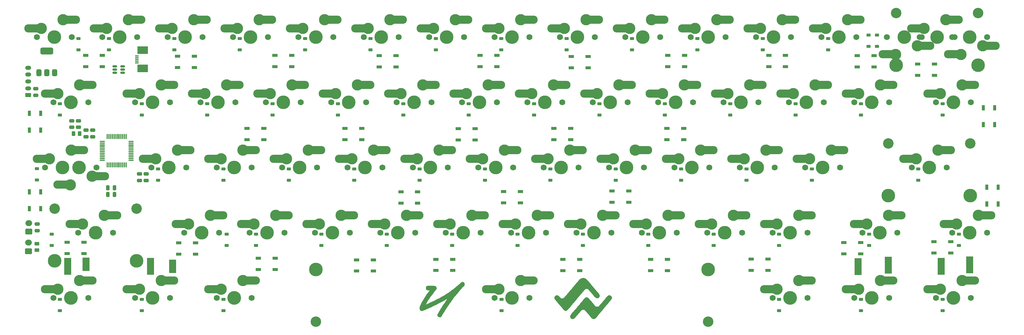
<source format=gbr>
%TF.GenerationSoftware,KiCad,Pcbnew,8.99.0-2194-gb3b7cbcab2*%
%TF.CreationDate,2024-09-18T03:27:03+07:00*%
%TF.ProjectId,Sebas_nuxros,53656261-735f-46e7-9578-726f732e6b69,rev?*%
%TF.SameCoordinates,Original*%
%TF.FileFunction,Soldermask,Bot*%
%TF.FilePolarity,Negative*%
%FSLAX46Y46*%
G04 Gerber Fmt 4.6, Leading zero omitted, Abs format (unit mm)*
G04 Created by KiCad (PCBNEW 8.99.0-2194-gb3b7cbcab2) date 2024-09-18 03:27:03*
%MOMM*%
%LPD*%
G01*
G04 APERTURE LIST*
G04 Aperture macros list*
%AMRoundRect*
0 Rectangle with rounded corners*
0 $1 Rounding radius*
0 $2 $3 $4 $5 $6 $7 $8 $9 X,Y pos of 4 corners*
0 Add a 4 corners polygon primitive as box body*
4,1,4,$2,$3,$4,$5,$6,$7,$8,$9,$2,$3,0*
0 Add four circle primitives for the rounded corners*
1,1,$1+$1,$2,$3*
1,1,$1+$1,$4,$5*
1,1,$1+$1,$6,$7*
1,1,$1+$1,$8,$9*
0 Add four rect primitives between the rounded corners*
20,1,$1+$1,$2,$3,$4,$5,0*
20,1,$1+$1,$4,$5,$6,$7,0*
20,1,$1+$1,$6,$7,$8,$9,0*
20,1,$1+$1,$8,$9,$2,$3,0*%
G04 Aperture macros list end*
%ADD10C,0.000000*%
%ADD11C,3.300000*%
%ADD12O,5.500000X2.410000*%
%ADD13C,0.400000*%
%ADD14C,1.750000*%
%ADD15C,3.987800*%
%ADD16C,4.000000*%
%ADD17C,3.048000*%
%ADD18RoundRect,0.225000X0.375000X-0.225000X0.375000X0.225000X-0.375000X0.225000X-0.375000X-0.225000X0*%
%ADD19R,1.500000X0.900000*%
%ADD20RoundRect,0.250000X-0.450000X0.262500X-0.450000X-0.262500X0.450000X-0.262500X0.450000X0.262500X0*%
%ADD21RoundRect,0.250000X-0.250000X-0.475000X0.250000X-0.475000X0.250000X0.475000X-0.250000X0.475000X0*%
%ADD22RoundRect,0.250000X-0.475000X0.250000X-0.475000X-0.250000X0.475000X-0.250000X0.475000X0.250000X0*%
%ADD23R,0.900000X1.500000*%
%ADD24RoundRect,0.375000X0.375000X-0.625000X0.375000X0.625000X-0.375000X0.625000X-0.375000X-0.625000X0*%
%ADD25RoundRect,0.500000X1.400000X-0.500000X1.400000X0.500000X-1.400000X0.500000X-1.400000X-0.500000X0*%
%ADD26RoundRect,0.150000X0.512500X0.150000X-0.512500X0.150000X-0.512500X-0.150000X0.512500X-0.150000X0*%
%ADD27RoundRect,0.075000X0.075000X-0.662500X0.075000X0.662500X-0.075000X0.662500X-0.075000X-0.662500X0*%
%ADD28RoundRect,0.075000X0.662500X-0.075000X0.662500X0.075000X-0.662500X0.075000X-0.662500X-0.075000X0*%
%ADD29RoundRect,0.250000X0.475000X-0.250000X0.475000X0.250000X-0.475000X0.250000X-0.475000X-0.250000X0*%
%ADD30RoundRect,0.250000X0.262500X0.450000X-0.262500X0.450000X-0.262500X-0.450000X0.262500X-0.450000X0*%
%ADD31R,2.000000X5.000000*%
%ADD32R,2.000000X4.000000*%
%ADD33RoundRect,0.250000X0.625000X-0.350000X0.625000X0.350000X-0.625000X0.350000X-0.625000X-0.350000X0*%
%ADD34O,1.750000X1.200000*%
%ADD35RoundRect,0.250000X0.750000X-0.600000X0.750000X0.600000X-0.750000X0.600000X-0.750000X-0.600000X0*%
%ADD36O,2.000000X1.700000*%
%ADD37R,1.100000X0.300000*%
%ADD38R,3.100000X2.300000*%
G04 APERTURE END LIST*
D10*
%TO.C,G\u002A\u002A\u002A*%
G36*
X543079724Y43596218D02*
G01*
X543338070Y43501526D01*
X543591257Y43340276D01*
X543853366Y43104795D01*
X544138477Y42787412D01*
X544499791Y42354919D01*
X544869769Y41912750D01*
X545190609Y41530120D01*
X545459769Y41210051D01*
X545674706Y40955568D01*
X545832878Y40769692D01*
X545931741Y40655446D01*
X546010216Y40565325D01*
X546158615Y40391015D01*
X546298665Y40222672D01*
X546315443Y40202234D01*
X546430362Y40063562D01*
X546585935Y39877250D01*
X546763865Y39665164D01*
X546945857Y39449172D01*
X546997639Y39387339D01*
X547163350Y39182365D01*
X547306926Y38994444D01*
X547414462Y38842208D01*
X547472048Y38744286D01*
X547489484Y38700182D01*
X547530665Y38460932D01*
X547491983Y38230620D01*
X547386576Y38023913D01*
X547227579Y37855479D01*
X547028131Y37739984D01*
X546801368Y37692097D01*
X546560427Y37726483D01*
X546521198Y37739884D01*
X546449990Y37768987D01*
X546379998Y37808480D01*
X546303345Y37866401D01*
X546212155Y37950789D01*
X546098551Y38069682D01*
X545954655Y38231118D01*
X545772592Y38443136D01*
X545544485Y38713774D01*
X545262455Y39051070D01*
X545160176Y39173552D01*
X544892182Y39493671D01*
X544676373Y39749430D01*
X544505559Y39948592D01*
X544372549Y40098926D01*
X544270156Y40208195D01*
X544191189Y40284167D01*
X544128459Y40334607D01*
X544074777Y40367280D01*
X544022953Y40389953D01*
X543970141Y40407220D01*
X543749630Y40437348D01*
X543523617Y40416630D01*
X543337723Y40347867D01*
X543328521Y40341947D01*
X543221076Y40250667D01*
X543061635Y40088101D01*
X542855450Y39860036D01*
X542607774Y39572260D01*
X542323856Y39230560D01*
X542282955Y39181400D01*
X542173695Y39053191D01*
X542053882Y38915374D01*
X542007009Y38861370D01*
X541885347Y38718769D01*
X541724020Y38527872D01*
X541535805Y38303974D01*
X541333481Y38062370D01*
X541129825Y37818354D01*
X540937614Y37587223D01*
X540769626Y37384271D01*
X540638638Y37224792D01*
X540557428Y37124082D01*
X540513755Y37069582D01*
X540392726Y36923731D01*
X540266589Y36776762D01*
X540205484Y36706675D01*
X540086664Y36568599D01*
X539996556Y36461686D01*
X539596359Y35977450D01*
X539244035Y35553914D01*
X538943486Y35196183D01*
X538690284Y34899258D01*
X538479998Y34658138D01*
X538308200Y34467823D01*
X538170458Y34323312D01*
X538062343Y34219606D01*
X537979426Y34151704D01*
X537917277Y34114606D01*
X537844515Y34085133D01*
X537681355Y34042928D01*
X537525871Y34045686D01*
X537367877Y34099393D01*
X537197185Y34210037D01*
X537003610Y34383605D01*
X536776964Y34626085D01*
X536507062Y34943462D01*
X536323605Y35164997D01*
X536152118Y35371255D01*
X536008710Y35542889D01*
X535904577Y35666504D01*
X535850910Y35728704D01*
X535765610Y35823839D01*
X535600771Y36014177D01*
X535413329Y36236587D01*
X535213942Y36477813D01*
X535013271Y36724601D01*
X534821973Y36963695D01*
X534650709Y37181842D01*
X534510138Y37365787D01*
X534410918Y37502273D01*
X534363709Y37578048D01*
X534345497Y37627790D01*
X534315035Y37848264D01*
X534343207Y38081600D01*
X534425808Y38280251D01*
X534570206Y38431609D01*
X534782182Y38544302D01*
X535022995Y38596071D01*
X535264283Y38581157D01*
X535477685Y38493802D01*
X535576361Y38414332D01*
X535713975Y38279422D01*
X535848535Y38127166D01*
X536025607Y37937350D01*
X536268975Y37762824D01*
X536514852Y37682887D01*
X536760568Y37698272D01*
X537003451Y37809713D01*
X537024941Y37825891D01*
X537127258Y37921616D01*
X537279852Y38081042D01*
X537474781Y38295336D01*
X537704108Y38555664D01*
X537959891Y38853191D01*
X538234191Y39179083D01*
X538390513Y39366648D01*
X538721390Y39763393D01*
X539047138Y40153658D01*
X539360643Y40528940D01*
X539654791Y40880739D01*
X539922467Y41200551D01*
X540156559Y41479876D01*
X540349952Y41710211D01*
X540495532Y41883055D01*
X540586184Y41989905D01*
X540603693Y42010405D01*
X540690606Y42112597D01*
X540820637Y42265823D01*
X540979331Y42453043D01*
X541152236Y42657218D01*
X541165480Y42672851D01*
X541422232Y42967914D01*
X541637748Y43194048D01*
X541826344Y43360855D01*
X542002334Y43477936D01*
X542180036Y43554893D01*
X542373763Y43601329D01*
X542597831Y43626846D01*
X542802138Y43632022D01*
X543079724Y43596218D01*
G37*
G36*
X550515096Y38578770D02*
G01*
X550675786Y38529300D01*
X550678082Y38528095D01*
X550805219Y38442027D01*
X550927672Y38331706D01*
X550976080Y38274296D01*
X551022142Y38184792D01*
X551043539Y38063052D01*
X551048855Y37876865D01*
X551050137Y37819468D01*
X551052685Y37759990D01*
X551052354Y37706152D01*
X551044928Y37652223D01*
X551026190Y37592468D01*
X550991924Y37521158D01*
X550937915Y37432558D01*
X550859947Y37320938D01*
X550753804Y37180565D01*
X550615269Y37005707D01*
X550440127Y36790631D01*
X550224161Y36529607D01*
X549963157Y36216901D01*
X549652897Y35846781D01*
X549289167Y35413515D01*
X548867749Y34911372D01*
X548596835Y34588369D01*
X548263177Y34190531D01*
X547946176Y33812525D01*
X547652355Y33462130D01*
X547388233Y33147123D01*
X547160331Y32875281D01*
X546975171Y32654381D01*
X546839275Y32492202D01*
X546759161Y32396520D01*
X546652565Y32270703D01*
X546414413Y32005365D01*
X546221016Y31816441D01*
X546067758Y31699679D01*
X545950024Y31650825D01*
X545819301Y31641080D01*
X545583063Y31662714D01*
X545375193Y31724148D01*
X545369903Y31726835D01*
X545290675Y31790326D01*
X545168577Y31911719D01*
X545019271Y32074682D01*
X544858423Y32262886D01*
X544836337Y32289610D01*
X544683460Y32473965D01*
X544552100Y32631328D01*
X544455622Y32745746D01*
X544407391Y32801267D01*
X544367106Y32847419D01*
X544273689Y32957256D01*
X544139090Y33116777D01*
X543974180Y33313098D01*
X543789824Y33533337D01*
X543622929Y33729526D01*
X543440751Y33935699D01*
X543280991Y34108216D01*
X543156543Y34233204D01*
X543080298Y34296791D01*
X542956334Y34349250D01*
X542728347Y34381120D01*
X542493896Y34353964D01*
X542294669Y34269244D01*
X542281214Y34259040D01*
X542194052Y34176169D01*
X542057194Y34031574D01*
X541880002Y33835721D01*
X541671839Y33599078D01*
X541442064Y33332113D01*
X541200040Y33045293D01*
X541166454Y33005102D01*
X540870081Y32651593D01*
X540626760Y32365197D01*
X540428753Y32138872D01*
X540268322Y31965574D01*
X540137729Y31838260D01*
X540029236Y31749887D01*
X539935105Y31693413D01*
X539847598Y31661794D01*
X539758978Y31647988D01*
X539661505Y31644950D01*
X539475913Y31662389D01*
X539236592Y31753665D01*
X539057558Y31917036D01*
X538945346Y32145685D01*
X538906490Y32432792D01*
X538906508Y32442857D01*
X538910214Y32535239D01*
X538925486Y32620565D01*
X538959700Y32710345D01*
X539020234Y32816089D01*
X539114464Y32949306D01*
X539249767Y33121506D01*
X539433520Y33344198D01*
X539673099Y33628893D01*
X539675099Y33631260D01*
X539790454Y33768142D01*
X539959784Y33969519D01*
X540175021Y34225776D01*
X540428098Y34527299D01*
X540710948Y34864473D01*
X541015503Y35227683D01*
X541333694Y35607315D01*
X541657456Y35993755D01*
X541794898Y36157797D01*
X542142849Y36572202D01*
X542436912Y36919965D01*
X542683061Y37206919D01*
X542887270Y37438898D01*
X543055515Y37621736D01*
X543193769Y37761268D01*
X543308007Y37863327D01*
X543404203Y37933748D01*
X543488331Y37978364D01*
X543566366Y38003009D01*
X543644282Y38013518D01*
X543728054Y38015725D01*
X543884072Y37992946D01*
X544039856Y37938144D01*
X544069218Y37920039D01*
X544187059Y37818496D01*
X544362708Y37639385D01*
X544596065Y37382817D01*
X544887027Y37048906D01*
X545235496Y36637764D01*
X545641370Y36149503D01*
X545762668Y36003545D01*
X545993374Y35736037D01*
X546183732Y35535815D01*
X546345088Y35395151D01*
X546488786Y35306317D01*
X546626173Y35261586D01*
X546768592Y35253229D01*
X546927391Y35273518D01*
X546962898Y35281174D01*
X547066397Y35317783D01*
X547174034Y35382543D01*
X547296686Y35485282D01*
X547445225Y35635830D01*
X547630527Y35844018D01*
X547863466Y36119675D01*
X547946828Y36219651D01*
X548102624Y36405767D01*
X548230938Y36558088D01*
X548320290Y36663014D01*
X548359201Y36706946D01*
X548372837Y36721997D01*
X548440746Y36801158D01*
X548556605Y36938025D01*
X548711318Y37121804D01*
X548895785Y37341701D01*
X549100910Y37586921D01*
X549206926Y37713142D01*
X549412185Y37953588D01*
X549598036Y38166296D01*
X549753950Y38339470D01*
X549869398Y38461314D01*
X549933849Y38520032D01*
X549956674Y38533196D01*
X550114263Y38580202D01*
X550314163Y38595566D01*
X550515096Y38578770D01*
G37*
G36*
X507645834Y42492466D02*
G01*
X507732148Y42466127D01*
X507747402Y42460062D01*
X507858820Y42397981D01*
X507967474Y42310046D01*
X508062058Y42206675D01*
X508131266Y42098290D01*
X508144454Y42070655D01*
X508166114Y42016247D01*
X508178607Y41962001D01*
X508184333Y41894855D01*
X508185687Y41801744D01*
X508185653Y41785175D01*
X508183510Y41695217D01*
X508176667Y41630908D01*
X508163206Y41580652D01*
X508141209Y41532855D01*
X508134481Y41521926D01*
X508100713Y41476499D01*
X508045538Y41408419D01*
X507972615Y41321986D01*
X507885601Y41221498D01*
X507788154Y41111252D01*
X507683933Y40995547D01*
X507421638Y40705198D01*
X506787689Y39986496D01*
X506183739Y39276340D01*
X505605655Y38569618D01*
X505049302Y37861213D01*
X504510548Y37146012D01*
X503985257Y36418898D01*
X503927163Y36336822D01*
X503843558Y36218786D01*
X503765103Y36108108D01*
X503696149Y36010924D01*
X503641050Y35933373D01*
X503604159Y35881590D01*
X503562556Y35822930D01*
X503438272Y35643563D01*
X503298370Y35436526D01*
X503145710Y35206319D01*
X502983148Y34957445D01*
X502813543Y34694404D01*
X502639753Y34421696D01*
X502464637Y34143824D01*
X502291053Y33865287D01*
X502121858Y33590586D01*
X501959911Y33324224D01*
X501808071Y33070700D01*
X501669195Y32834515D01*
X501634263Y32774760D01*
X501540881Y32619416D01*
X501460273Y32494164D01*
X501389034Y32395315D01*
X501323759Y32319176D01*
X501261043Y32262058D01*
X501197482Y32220270D01*
X501129670Y32190122D01*
X501054203Y32167922D01*
X501006875Y32158895D01*
X500863508Y32157302D01*
X500711717Y32190986D01*
X500555870Y32259147D01*
X500550592Y32262051D01*
X500427332Y32350564D01*
X500328686Y32462070D01*
X500257353Y32590250D01*
X500216035Y32728786D01*
X500207434Y32871356D01*
X500234249Y33011642D01*
X500250235Y33050973D01*
X500288454Y33129133D01*
X500344741Y33235022D01*
X500417367Y33365728D01*
X500504602Y33518336D01*
X500604716Y33689936D01*
X500715979Y33877613D01*
X500836662Y34078456D01*
X500965036Y34289552D01*
X501099370Y34507987D01*
X501237935Y34730850D01*
X501379001Y34955227D01*
X501520839Y35178205D01*
X501576269Y35264549D01*
X501783077Y35582705D01*
X502002042Y35913914D01*
X502227861Y36250372D01*
X502455230Y36584275D01*
X502678846Y36907821D01*
X502893406Y37213204D01*
X503093607Y37492622D01*
X503125017Y37537858D01*
X503144364Y37570070D01*
X503144529Y37578171D01*
X503143504Y37577572D01*
X503117566Y37562388D01*
X503064073Y37531065D01*
X502988512Y37486818D01*
X502896367Y37432856D01*
X502793126Y37372394D01*
X502621340Y37272457D01*
X501994052Y36918050D01*
X501329667Y36558457D01*
X500627804Y36193481D01*
X499888083Y35822922D01*
X499110126Y35446583D01*
X498936044Y35364051D01*
X498701620Y35253731D01*
X498459967Y35140845D01*
X498213927Y35026672D01*
X497966338Y34912488D01*
X497720042Y34799572D01*
X497477879Y34689201D01*
X497242689Y34582652D01*
X497017312Y34481203D01*
X496804590Y34386132D01*
X496607362Y34298716D01*
X496428469Y34220232D01*
X496270750Y34151959D01*
X496137048Y34095173D01*
X496030200Y34051153D01*
X495953049Y34021175D01*
X495908434Y34006518D01*
X495775165Y33987578D01*
X495619159Y33998684D01*
X495472693Y34044852D01*
X495340385Y34123898D01*
X495226851Y34233635D01*
X495136710Y34371876D01*
X495087663Y34483072D01*
X495049661Y34617013D01*
X495031874Y34763446D01*
X495032144Y34933975D01*
X495032838Y34948249D01*
X495040368Y35048426D01*
X495053482Y35142332D01*
X495074131Y35235722D01*
X495104270Y35334348D01*
X495145850Y35443965D01*
X495200825Y35570325D01*
X495271147Y35719183D01*
X495358770Y35896292D01*
X495461956Y36098935D01*
X495747688Y36633729D01*
X496058057Y37180401D01*
X496388054Y37730932D01*
X496732673Y38277305D01*
X497086906Y38811504D01*
X497445745Y39325512D01*
X497804183Y39811311D01*
X497830956Y39846675D01*
X497888520Y39923803D01*
X497934824Y39987375D01*
X497965679Y40031586D01*
X497976895Y40050631D01*
X497961966Y40053937D01*
X497913742Y40056707D01*
X497838216Y40058380D01*
X497741596Y40058824D01*
X497630087Y40057909D01*
X497521941Y40056584D01*
X497423657Y40056349D01*
X497351392Y40058189D01*
X497298064Y40062755D01*
X497256589Y40070701D01*
X497219884Y40082681D01*
X497180866Y40099349D01*
X497070870Y40167555D01*
X496971779Y40268532D01*
X496897094Y40391660D01*
X496893350Y40400054D01*
X496874494Y40452089D01*
X496862904Y40510096D01*
X496857030Y40585082D01*
X496855321Y40688052D01*
X496855716Y40757308D01*
X496859008Y40836054D01*
X496867229Y40895477D01*
X496882279Y40947395D01*
X496906058Y41003624D01*
X496909037Y41009981D01*
X496990779Y41139446D01*
X497099979Y41247970D01*
X497228388Y41327270D01*
X497295484Y41351750D01*
X497391945Y41373627D01*
X497513821Y41389975D01*
X497663792Y41400985D01*
X497844534Y41406845D01*
X498058727Y41407747D01*
X498309049Y41403880D01*
X498503651Y41398634D01*
X498758245Y41388791D01*
X498976929Y41376295D01*
X499161543Y41361011D01*
X499313927Y41342804D01*
X499435920Y41321539D01*
X499444986Y41319559D01*
X499601641Y41266991D01*
X499735577Y41187217D01*
X499844480Y41084615D01*
X499926033Y40963564D01*
X499977923Y40828443D01*
X499997834Y40683630D01*
X499983450Y40533505D01*
X499932456Y40382446D01*
X499932139Y40381767D01*
X499893168Y40306453D01*
X499851131Y40237523D01*
X499815073Y40189821D01*
X499815035Y40189780D01*
X499779252Y40148887D01*
X499723232Y40081583D01*
X499650575Y39992411D01*
X499564877Y39885915D01*
X499469739Y39766639D01*
X499368758Y39639127D01*
X499265533Y39507922D01*
X499163661Y39377568D01*
X499066742Y39252609D01*
X498978373Y39137589D01*
X498902153Y39037052D01*
X498835116Y38947288D01*
X498548094Y38551868D01*
X498257308Y38134334D01*
X497969212Y37704455D01*
X497690259Y37271999D01*
X497426903Y36846736D01*
X497185596Y36438436D01*
X497126577Y36337200D01*
X497061058Y36227163D01*
X496998745Y36124595D01*
X496947630Y36042782D01*
X496919018Y35997493D01*
X496882582Y35937759D01*
X496859300Y35896796D01*
X496853262Y35881590D01*
X496865574Y35886383D01*
X496909819Y35905778D01*
X496982224Y35938313D01*
X497078691Y35982101D01*
X497195123Y36035255D01*
X497327423Y36095889D01*
X497471493Y36162116D01*
X497623235Y36232051D01*
X497778552Y36303805D01*
X497933347Y36375493D01*
X498083523Y36445227D01*
X498224981Y36511123D01*
X498353625Y36571292D01*
X498465357Y36623848D01*
X498477360Y36629517D01*
X499272749Y37012407D01*
X500031075Y37392221D01*
X500754096Y37770111D01*
X501443569Y38147225D01*
X502101251Y38524714D01*
X502728899Y38903726D01*
X503328272Y39285412D01*
X503901126Y39670921D01*
X504449218Y40061403D01*
X504974307Y40458008D01*
X505478149Y40861885D01*
X505962501Y41274184D01*
X506429122Y41696055D01*
X506879768Y42128647D01*
X506932934Y42180909D01*
X507039501Y42282453D01*
X507127655Y42359815D01*
X507202829Y42416357D01*
X507270454Y42455441D01*
X507335962Y42480427D01*
X507404785Y42494678D01*
X507482357Y42501554D01*
X507560847Y42502697D01*
X507645834Y42492466D01*
G37*
%TD*%
D11*
%TO.C,SW1*%
X384816280Y116560000D03*
D12*
X382626280Y116570000D03*
D13*
X382526280Y115920000D03*
X382526280Y116620000D03*
X382526280Y117320000D03*
X381726280Y115920000D03*
X381726280Y116620000D03*
X381726280Y117320000D03*
X380876280Y115920000D03*
X380876280Y116620000D03*
X380876280Y117320000D03*
X395126280Y118320000D03*
X395126280Y119055000D03*
X395126280Y119820000D03*
X394226280Y118320000D03*
X394226280Y119055000D03*
X394226280Y119820000D03*
D12*
X393376280Y119055000D03*
D13*
X393351280Y118320000D03*
X393351280Y119055000D03*
X393326280Y119820000D03*
D11*
X391166280Y119100000D03*
D14*
X393706280Y114020000D03*
D15*
X388626280Y114020000D03*
D14*
X383546280Y114020000D03*
%TD*%
D11*
%TO.C,SW2*%
X403866280Y116560000D03*
D12*
X401676280Y116570000D03*
D13*
X401576280Y115920000D03*
X401576280Y116620000D03*
X401576280Y117320000D03*
X400776280Y115920000D03*
X400776280Y116620000D03*
X400776280Y117320000D03*
X399926280Y115920000D03*
X399926280Y116620000D03*
X399926280Y117320000D03*
X414176280Y118320000D03*
X414176280Y119055000D03*
X414176280Y119820000D03*
X413276280Y118320000D03*
X413276280Y119055000D03*
X413276280Y119820000D03*
D12*
X412426280Y119055000D03*
D13*
X412401280Y118320000D03*
X412401280Y119055000D03*
X412376280Y119820000D03*
D11*
X410216280Y119100000D03*
D14*
X412756280Y114020000D03*
D15*
X407676280Y114020000D03*
D14*
X402596280Y114020000D03*
%TD*%
D11*
%TO.C,SW3*%
X422916280Y116560000D03*
D12*
X420726280Y116570000D03*
D13*
X420626280Y115920000D03*
X420626280Y116620000D03*
X420626280Y117320000D03*
X419826280Y115920000D03*
X419826280Y116620000D03*
X419826280Y117320000D03*
X418976280Y115920000D03*
X418976280Y116620000D03*
X418976280Y117320000D03*
X433226280Y118320000D03*
X433226280Y119055000D03*
X433226280Y119820000D03*
X432326280Y118320000D03*
X432326280Y119055000D03*
X432326280Y119820000D03*
D12*
X431476280Y119055000D03*
D13*
X431451280Y118320000D03*
X431451280Y119055000D03*
X431426280Y119820000D03*
D11*
X429266280Y119100000D03*
D14*
X431806280Y114020000D03*
D15*
X426726280Y114020000D03*
D14*
X421646280Y114020000D03*
%TD*%
D11*
%TO.C,SW4*%
X441966280Y116560000D03*
D12*
X439776280Y116570000D03*
D13*
X439676280Y115920000D03*
X439676280Y116620000D03*
X439676280Y117320000D03*
X438876280Y115920000D03*
X438876280Y116620000D03*
X438876280Y117320000D03*
X438026280Y115920000D03*
X438026280Y116620000D03*
X438026280Y117320000D03*
X452276280Y118320000D03*
X452276280Y119055000D03*
X452276280Y119820000D03*
X451376280Y118320000D03*
X451376280Y119055000D03*
X451376280Y119820000D03*
D12*
X450526280Y119055000D03*
D13*
X450501280Y118320000D03*
X450501280Y119055000D03*
X450476280Y119820000D03*
D11*
X448316280Y119100000D03*
D14*
X450856280Y114020000D03*
D15*
X445776280Y114020000D03*
D14*
X440696280Y114020000D03*
%TD*%
D11*
%TO.C,SW5*%
X461016280Y116560000D03*
D12*
X458826280Y116570000D03*
D13*
X458726280Y115920000D03*
X458726280Y116620000D03*
X458726280Y117320000D03*
X457926280Y115920000D03*
X457926280Y116620000D03*
X457926280Y117320000D03*
X457076280Y115920000D03*
X457076280Y116620000D03*
X457076280Y117320000D03*
X471326280Y118320000D03*
X471326280Y119055000D03*
X471326280Y119820000D03*
X470426280Y118320000D03*
X470426280Y119055000D03*
X470426280Y119820000D03*
D12*
X469576280Y119055000D03*
D13*
X469551280Y118320000D03*
X469551280Y119055000D03*
X469526280Y119820000D03*
D11*
X467366280Y119100000D03*
D14*
X469906280Y114020000D03*
D15*
X464826280Y114020000D03*
D14*
X459746280Y114020000D03*
%TD*%
D11*
%TO.C,SW6*%
X480066280Y116560000D03*
D12*
X477876280Y116570000D03*
D13*
X477776280Y115920000D03*
X477776280Y116620000D03*
X477776280Y117320000D03*
X476976280Y115920000D03*
X476976280Y116620000D03*
X476976280Y117320000D03*
X476126280Y115920000D03*
X476126280Y116620000D03*
X476126280Y117320000D03*
X490376280Y118320000D03*
X490376280Y119055000D03*
X490376280Y119820000D03*
X489476280Y118320000D03*
X489476280Y119055000D03*
X489476280Y119820000D03*
D12*
X488626280Y119055000D03*
D13*
X488601280Y118320000D03*
X488601280Y119055000D03*
X488576280Y119820000D03*
D11*
X486416280Y119100000D03*
D14*
X488956280Y114020000D03*
D15*
X483876280Y114020000D03*
D14*
X478796280Y114020000D03*
%TD*%
D11*
%TO.C,SW7*%
X499116280Y116560000D03*
D12*
X496926280Y116570000D03*
D13*
X496826280Y115920000D03*
X496826280Y116620000D03*
X496826280Y117320000D03*
X496026280Y115920000D03*
X496026280Y116620000D03*
X496026280Y117320000D03*
X495176280Y115920000D03*
X495176280Y116620000D03*
X495176280Y117320000D03*
X509426280Y118320000D03*
X509426280Y119055000D03*
X509426280Y119820000D03*
X508526280Y118320000D03*
X508526280Y119055000D03*
X508526280Y119820000D03*
D12*
X507676280Y119055000D03*
D13*
X507651280Y118320000D03*
X507651280Y119055000D03*
X507626280Y119820000D03*
D11*
X505466280Y119100000D03*
D14*
X508006280Y114020000D03*
D15*
X502926280Y114020000D03*
D14*
X497846280Y114020000D03*
%TD*%
D11*
%TO.C,SW8*%
X518166280Y116560000D03*
D12*
X515976280Y116570000D03*
D13*
X515876280Y115920000D03*
X515876280Y116620000D03*
X515876280Y117320000D03*
X515076280Y115920000D03*
X515076280Y116620000D03*
X515076280Y117320000D03*
X514226280Y115920000D03*
X514226280Y116620000D03*
X514226280Y117320000D03*
X528476280Y118320000D03*
X528476280Y119055000D03*
X528476280Y119820000D03*
X527576280Y118320000D03*
X527576280Y119055000D03*
X527576280Y119820000D03*
D12*
X526726280Y119055000D03*
D13*
X526701280Y118320000D03*
X526701280Y119055000D03*
X526676280Y119820000D03*
D11*
X524516280Y119100000D03*
D14*
X527056280Y114020000D03*
D15*
X521976280Y114020000D03*
D14*
X516896280Y114020000D03*
%TD*%
D11*
%TO.C,SW9*%
X537216280Y116560000D03*
D12*
X535026280Y116570000D03*
D13*
X534926280Y115920000D03*
X534926280Y116620000D03*
X534926280Y117320000D03*
X534126280Y115920000D03*
X534126280Y116620000D03*
X534126280Y117320000D03*
X533276280Y115920000D03*
X533276280Y116620000D03*
X533276280Y117320000D03*
X547526280Y118320000D03*
X547526280Y119055000D03*
X547526280Y119820000D03*
X546626280Y118320000D03*
X546626280Y119055000D03*
X546626280Y119820000D03*
D12*
X545776280Y119055000D03*
D13*
X545751280Y118320000D03*
X545751280Y119055000D03*
X545726280Y119820000D03*
D11*
X543566280Y119100000D03*
D14*
X546106280Y114020000D03*
D15*
X541026280Y114020000D03*
D14*
X535946280Y114020000D03*
%TD*%
D11*
%TO.C,SW10*%
X556266280Y116560000D03*
D12*
X554076280Y116570000D03*
D13*
X553976280Y115920000D03*
X553976280Y116620000D03*
X553976280Y117320000D03*
X553176280Y115920000D03*
X553176280Y116620000D03*
X553176280Y117320000D03*
X552326280Y115920000D03*
X552326280Y116620000D03*
X552326280Y117320000D03*
X566576280Y118320000D03*
X566576280Y119055000D03*
X566576280Y119820000D03*
X565676280Y118320000D03*
X565676280Y119055000D03*
X565676280Y119820000D03*
D12*
X564826280Y119055000D03*
D13*
X564801280Y118320000D03*
X564801280Y119055000D03*
X564776280Y119820000D03*
D11*
X562616280Y119100000D03*
D14*
X565156280Y114020000D03*
D15*
X560076280Y114020000D03*
D14*
X554996280Y114020000D03*
%TD*%
D11*
%TO.C,SW11*%
X575316280Y116560000D03*
D12*
X573126280Y116570000D03*
D13*
X573026280Y115920000D03*
X573026280Y116620000D03*
X573026280Y117320000D03*
X572226280Y115920000D03*
X572226280Y116620000D03*
X572226280Y117320000D03*
X571376280Y115920000D03*
X571376280Y116620000D03*
X571376280Y117320000D03*
X585626280Y118320000D03*
X585626280Y119055000D03*
X585626280Y119820000D03*
X584726280Y118320000D03*
X584726280Y119055000D03*
X584726280Y119820000D03*
D12*
X583876280Y119055000D03*
D13*
X583851280Y118320000D03*
X583851280Y119055000D03*
X583826280Y119820000D03*
D11*
X581666280Y119100000D03*
D14*
X584206280Y114020000D03*
D15*
X579126280Y114020000D03*
D14*
X574046280Y114020000D03*
%TD*%
D11*
%TO.C,SW12*%
X594366280Y116560000D03*
D12*
X592176280Y116570000D03*
D13*
X592076280Y115920000D03*
X592076280Y116620000D03*
X592076280Y117320000D03*
X591276280Y115920000D03*
X591276280Y116620000D03*
X591276280Y117320000D03*
X590426280Y115920000D03*
X590426280Y116620000D03*
X590426280Y117320000D03*
X604676280Y118320000D03*
X604676280Y119055000D03*
X604676280Y119820000D03*
X603776280Y118320000D03*
X603776280Y119055000D03*
X603776280Y119820000D03*
D12*
X602926280Y119055000D03*
D13*
X602901280Y118320000D03*
X602901280Y119055000D03*
X602876280Y119820000D03*
D11*
X600716280Y119100000D03*
D14*
X603256280Y114020000D03*
D15*
X598176280Y114020000D03*
D14*
X593096280Y114020000D03*
%TD*%
D11*
%TO.C,SW13*%
X613416280Y116560000D03*
D12*
X611226280Y116570000D03*
D13*
X611126280Y115920000D03*
X611126280Y116620000D03*
X611126280Y117320000D03*
X610326280Y115920000D03*
X610326280Y116620000D03*
X610326280Y117320000D03*
X609476280Y115920000D03*
X609476280Y116620000D03*
X609476280Y117320000D03*
X623726280Y118320000D03*
X623726280Y119055000D03*
X623726280Y119820000D03*
X622826280Y118320000D03*
X622826280Y119055000D03*
X622826280Y119820000D03*
D12*
X621976280Y119055000D03*
D13*
X621951280Y118320000D03*
X621951280Y119055000D03*
X621926280Y119820000D03*
D11*
X619766280Y119100000D03*
D14*
X622306280Y114020000D03*
D15*
X617226280Y114020000D03*
D14*
X612146280Y114020000D03*
%TD*%
D11*
%TO.C,SW14*%
X640086280Y111480000D03*
D12*
X642276280Y111470000D03*
D13*
X642376280Y112120000D03*
X642376280Y111420000D03*
X642376280Y110720000D03*
X643176280Y112120000D03*
X643176280Y111420000D03*
X643176280Y110720000D03*
X644026280Y112120000D03*
X644026280Y111420000D03*
X644026280Y110720000D03*
X629776280Y109720000D03*
X629776280Y108985000D03*
X629776280Y108220000D03*
X630676280Y109720000D03*
X630676280Y108985000D03*
X630676280Y108220000D03*
D12*
X631526280Y108985000D03*
D13*
X631551280Y109720000D03*
X631551280Y108985000D03*
X631576280Y108220000D03*
D11*
X633736280Y108940000D03*
D14*
X631196280Y114020000D03*
D15*
X636276280Y114020000D03*
D14*
X641356280Y114020000D03*
%TD*%
D11*
%TO.C,SW15*%
X659136280Y111480000D03*
D12*
X661326280Y111470000D03*
D13*
X661426280Y112120000D03*
X661426280Y111420000D03*
X661426280Y110720000D03*
X662226280Y112120000D03*
X662226280Y111420000D03*
X662226280Y110720000D03*
X663076280Y112120000D03*
X663076280Y111420000D03*
X663076280Y110720000D03*
X648826280Y109720000D03*
X648826280Y108985000D03*
X648826280Y108220000D03*
X649726280Y109720000D03*
X649726280Y108985000D03*
X649726280Y108220000D03*
D12*
X650576280Y108985000D03*
D13*
X650601280Y109720000D03*
X650601280Y108985000D03*
X650626280Y108220000D03*
D11*
X652786280Y108940000D03*
D14*
X650246280Y114020000D03*
D15*
X655326280Y114020000D03*
D14*
X660406280Y114020000D03*
%TD*%
D11*
%TO.C,SW16*%
X389579280Y97510000D03*
D12*
X387389280Y97520000D03*
D13*
X387289280Y96870000D03*
X387289280Y97570000D03*
X387289280Y98270000D03*
X386489280Y96870000D03*
X386489280Y97570000D03*
X386489280Y98270000D03*
X385639280Y96870000D03*
X385639280Y97570000D03*
X385639280Y98270000D03*
X399889280Y99270000D03*
X399889280Y100005000D03*
X399889280Y100770000D03*
X398989280Y99270000D03*
X398989280Y100005000D03*
X398989280Y100770000D03*
D12*
X398139280Y100005000D03*
D13*
X398114280Y99270000D03*
X398114280Y100005000D03*
X398089280Y100770000D03*
D11*
X395929280Y100050000D03*
D14*
X398469280Y94970000D03*
D16*
X393389280Y94970000D03*
D15*
X393389280Y94970000D03*
D14*
X388309280Y94970000D03*
%TD*%
D11*
%TO.C,SW17*%
X413391280Y97510000D03*
D12*
X411201280Y97520000D03*
D13*
X411101280Y96870000D03*
X411101280Y97570000D03*
X411101280Y98270000D03*
X410301280Y96870000D03*
X410301280Y97570000D03*
X410301280Y98270000D03*
X409451280Y96870000D03*
X409451280Y97570000D03*
X409451280Y98270000D03*
X423701280Y99270000D03*
X423701280Y100005000D03*
X423701280Y100770000D03*
X422801280Y99270000D03*
X422801280Y100005000D03*
X422801280Y100770000D03*
D12*
X421951280Y100005000D03*
D13*
X421926280Y99270000D03*
X421926280Y100005000D03*
X421901280Y100770000D03*
D11*
X419741280Y100050000D03*
D14*
X422281280Y94970000D03*
D15*
X417201280Y94970000D03*
D14*
X412121280Y94970000D03*
%TD*%
D11*
%TO.C,SW18*%
X432441280Y97510000D03*
D12*
X430251280Y97520000D03*
D13*
X430151280Y96870000D03*
X430151280Y97570000D03*
X430151280Y98270000D03*
X429351280Y96870000D03*
X429351280Y97570000D03*
X429351280Y98270000D03*
X428501280Y96870000D03*
X428501280Y97570000D03*
X428501280Y98270000D03*
X442751280Y99270000D03*
X442751280Y100005000D03*
X442751280Y100770000D03*
X441851280Y99270000D03*
X441851280Y100005000D03*
X441851280Y100770000D03*
D12*
X441001280Y100005000D03*
D13*
X440976280Y99270000D03*
X440976280Y100005000D03*
X440951280Y100770000D03*
D11*
X438791280Y100050000D03*
D14*
X441331280Y94970000D03*
D15*
X436251280Y94970000D03*
D14*
X431171280Y94970000D03*
%TD*%
D11*
%TO.C,SW19*%
X451491280Y97510000D03*
D12*
X449301280Y97520000D03*
D13*
X449201280Y96870000D03*
X449201280Y97570000D03*
X449201280Y98270000D03*
X448401280Y96870000D03*
X448401280Y97570000D03*
X448401280Y98270000D03*
X447551280Y96870000D03*
X447551280Y97570000D03*
X447551280Y98270000D03*
X461801280Y99270000D03*
X461801280Y100005000D03*
X461801280Y100770000D03*
X460901280Y99270000D03*
X460901280Y100005000D03*
X460901280Y100770000D03*
D12*
X460051280Y100005000D03*
D13*
X460026280Y99270000D03*
X460026280Y100005000D03*
X460001280Y100770000D03*
D11*
X457841280Y100050000D03*
D14*
X460381280Y94970000D03*
D15*
X455301280Y94970000D03*
D14*
X450221280Y94970000D03*
%TD*%
D11*
%TO.C,SW20*%
X470541280Y97510000D03*
D12*
X468351280Y97520000D03*
D13*
X468251280Y96870000D03*
X468251280Y97570000D03*
X468251280Y98270000D03*
X467451280Y96870000D03*
X467451280Y97570000D03*
X467451280Y98270000D03*
X466601280Y96870000D03*
X466601280Y97570000D03*
X466601280Y98270000D03*
X480851280Y99270000D03*
X480851280Y100005000D03*
X480851280Y100770000D03*
X479951280Y99270000D03*
X479951280Y100005000D03*
X479951280Y100770000D03*
D12*
X479101280Y100005000D03*
D13*
X479076280Y99270000D03*
X479076280Y100005000D03*
X479051280Y100770000D03*
D11*
X476891280Y100050000D03*
D14*
X479431280Y94970000D03*
D15*
X474351280Y94970000D03*
D14*
X469271280Y94970000D03*
%TD*%
D11*
%TO.C,SW21*%
X489591280Y97510000D03*
D12*
X487401280Y97520000D03*
D13*
X487301280Y96870000D03*
X487301280Y97570000D03*
X487301280Y98270000D03*
X486501280Y96870000D03*
X486501280Y97570000D03*
X486501280Y98270000D03*
X485651280Y96870000D03*
X485651280Y97570000D03*
X485651280Y98270000D03*
X499901280Y99270000D03*
X499901280Y100005000D03*
X499901280Y100770000D03*
X499001280Y99270000D03*
X499001280Y100005000D03*
X499001280Y100770000D03*
D12*
X498151280Y100005000D03*
D13*
X498126280Y99270000D03*
X498126280Y100005000D03*
X498101280Y100770000D03*
D11*
X495941280Y100050000D03*
D14*
X498481280Y94970000D03*
D15*
X493401280Y94970000D03*
D14*
X488321280Y94970000D03*
%TD*%
D11*
%TO.C,SW22*%
X508641280Y97510000D03*
D12*
X506451280Y97520000D03*
D13*
X506351280Y96870000D03*
X506351280Y97570000D03*
X506351280Y98270000D03*
X505551280Y96870000D03*
X505551280Y97570000D03*
X505551280Y98270000D03*
X504701280Y96870000D03*
X504701280Y97570000D03*
X504701280Y98270000D03*
X518951280Y99270000D03*
X518951280Y100005000D03*
X518951280Y100770000D03*
X518051280Y99270000D03*
X518051280Y100005000D03*
X518051280Y100770000D03*
D12*
X517201280Y100005000D03*
D13*
X517176280Y99270000D03*
X517176280Y100005000D03*
X517151280Y100770000D03*
D11*
X514991280Y100050000D03*
D14*
X517531280Y94970000D03*
D15*
X512451280Y94970000D03*
D14*
X507371280Y94970000D03*
%TD*%
D11*
%TO.C,SW23*%
X527691280Y97510000D03*
D12*
X525501280Y97520000D03*
D13*
X525401280Y96870000D03*
X525401280Y97570000D03*
X525401280Y98270000D03*
X524601280Y96870000D03*
X524601280Y97570000D03*
X524601280Y98270000D03*
X523751280Y96870000D03*
X523751280Y97570000D03*
X523751280Y98270000D03*
X538001280Y99270000D03*
X538001280Y100005000D03*
X538001280Y100770000D03*
X537101280Y99270000D03*
X537101280Y100005000D03*
X537101280Y100770000D03*
D12*
X536251280Y100005000D03*
D13*
X536226280Y99270000D03*
X536226280Y100005000D03*
X536201280Y100770000D03*
D11*
X534041280Y100050000D03*
D14*
X536581280Y94970000D03*
D15*
X531501280Y94970000D03*
D14*
X526421280Y94970000D03*
%TD*%
D11*
%TO.C,SW24*%
X546741280Y97510000D03*
D12*
X544551280Y97520000D03*
D13*
X544451280Y96870000D03*
X544451280Y97570000D03*
X544451280Y98270000D03*
X543651280Y96870000D03*
X543651280Y97570000D03*
X543651280Y98270000D03*
X542801280Y96870000D03*
X542801280Y97570000D03*
X542801280Y98270000D03*
X557051280Y99270000D03*
X557051280Y100005000D03*
X557051280Y100770000D03*
X556151280Y99270000D03*
X556151280Y100005000D03*
X556151280Y100770000D03*
D12*
X555301280Y100005000D03*
D13*
X555276280Y99270000D03*
X555276280Y100005000D03*
X555251280Y100770000D03*
D11*
X553091280Y100050000D03*
D14*
X555631280Y94970000D03*
D15*
X550551280Y94970000D03*
D14*
X545471280Y94970000D03*
%TD*%
D11*
%TO.C,SW25*%
X565791280Y97510000D03*
D12*
X563601280Y97520000D03*
D13*
X563501280Y96870000D03*
X563501280Y97570000D03*
X563501280Y98270000D03*
X562701280Y96870000D03*
X562701280Y97570000D03*
X562701280Y98270000D03*
X561851280Y96870000D03*
X561851280Y97570000D03*
X561851280Y98270000D03*
X576101280Y99270000D03*
X576101280Y100005000D03*
X576101280Y100770000D03*
X575201280Y99270000D03*
X575201280Y100005000D03*
X575201280Y100770000D03*
D12*
X574351280Y100005000D03*
D13*
X574326280Y99270000D03*
X574326280Y100005000D03*
X574301280Y100770000D03*
D11*
X572141280Y100050000D03*
D14*
X574681280Y94970000D03*
D15*
X569601280Y94970000D03*
D14*
X564521280Y94970000D03*
%TD*%
D11*
%TO.C,SW26*%
X584841280Y97510000D03*
D12*
X582651280Y97520000D03*
D13*
X582551280Y96870000D03*
X582551280Y97570000D03*
X582551280Y98270000D03*
X581751280Y96870000D03*
X581751280Y97570000D03*
X581751280Y98270000D03*
X580901280Y96870000D03*
X580901280Y97570000D03*
X580901280Y98270000D03*
X595151280Y99270000D03*
X595151280Y100005000D03*
X595151280Y100770000D03*
X594251280Y99270000D03*
X594251280Y100005000D03*
X594251280Y100770000D03*
D12*
X593401280Y100005000D03*
D13*
X593376280Y99270000D03*
X593376280Y100005000D03*
X593351280Y100770000D03*
D11*
X591191280Y100050000D03*
D14*
X593731280Y94970000D03*
D15*
X588651280Y94970000D03*
D14*
X583571280Y94970000D03*
%TD*%
D11*
%TO.C,SW27*%
X603891280Y97510000D03*
D12*
X601701280Y97520000D03*
D13*
X601601280Y96870000D03*
X601601280Y97570000D03*
X601601280Y98270000D03*
X600801280Y96870000D03*
X600801280Y97570000D03*
X600801280Y98270000D03*
X599951280Y96870000D03*
X599951280Y97570000D03*
X599951280Y98270000D03*
X614201280Y99270000D03*
X614201280Y100005000D03*
X614201280Y100770000D03*
X613301280Y99270000D03*
X613301280Y100005000D03*
X613301280Y100770000D03*
D12*
X612451280Y100005000D03*
D13*
X612426280Y99270000D03*
X612426280Y100005000D03*
X612401280Y100770000D03*
D11*
X610241280Y100050000D03*
D14*
X612781280Y94970000D03*
D15*
X607701280Y94970000D03*
D14*
X602621280Y94970000D03*
%TD*%
D11*
%TO.C,SW28*%
X622941280Y97510000D03*
D12*
X620751280Y97520000D03*
D13*
X620651280Y96870000D03*
X620651280Y97570000D03*
X620651280Y98270000D03*
X619851280Y96870000D03*
X619851280Y97570000D03*
X619851280Y98270000D03*
X619001280Y96870000D03*
X619001280Y97570000D03*
X619001280Y98270000D03*
X633251280Y99270000D03*
X633251280Y100005000D03*
X633251280Y100770000D03*
X632351280Y99270000D03*
X632351280Y100005000D03*
X632351280Y100770000D03*
D12*
X631501280Y100005000D03*
D13*
X631476280Y99270000D03*
X631476280Y100005000D03*
X631451280Y100770000D03*
D11*
X629291280Y100050000D03*
D14*
X631831280Y94970000D03*
D15*
X626751280Y94970000D03*
D14*
X621671280Y94970000D03*
%TD*%
D11*
%TO.C,SW29*%
X646754280Y97510000D03*
D12*
X644564280Y97520000D03*
D13*
X644464280Y96870000D03*
X644464280Y97570000D03*
X644464280Y98270000D03*
X643664280Y96870000D03*
X643664280Y97570000D03*
X643664280Y98270000D03*
X642814280Y96870000D03*
X642814280Y97570000D03*
X642814280Y98270000D03*
X657064280Y99270000D03*
X657064280Y100005000D03*
X657064280Y100770000D03*
X656164280Y99270000D03*
X656164280Y100005000D03*
X656164280Y100770000D03*
D12*
X655314280Y100005000D03*
D13*
X655289280Y99270000D03*
X655289280Y100005000D03*
X655264280Y100770000D03*
D11*
X653104280Y100050000D03*
D14*
X655644280Y94970000D03*
D16*
X650564280Y94970000D03*
D15*
X650564280Y94970000D03*
D14*
X645484280Y94970000D03*
%TD*%
D11*
%TO.C,SW30*%
X399580280Y73380000D03*
D12*
X401770280Y73370000D03*
D13*
X401870280Y74020000D03*
X401870280Y73320000D03*
X401870280Y72620000D03*
X402670280Y74020000D03*
X402670280Y73320000D03*
X402670280Y72620000D03*
X403520280Y74020000D03*
X403520280Y73320000D03*
X403520280Y72620000D03*
X389270280Y71620000D03*
X389270280Y70885000D03*
X389270280Y70120000D03*
X390170280Y71620000D03*
X390170280Y70885000D03*
X390170280Y70120000D03*
D12*
X391020280Y70885000D03*
D13*
X391045280Y71620000D03*
X391045280Y70885000D03*
X391070280Y70120000D03*
D11*
X393230280Y70840000D03*
D14*
X390690280Y75920000D03*
D15*
X395770280Y75920000D03*
D14*
X400850280Y75920000D03*
%TD*%
D11*
%TO.C,SW31*%
X418153780Y78460000D03*
D12*
X415963780Y78470000D03*
D13*
X415863780Y77820000D03*
X415863780Y78520000D03*
X415863780Y79220000D03*
X415063780Y77820000D03*
X415063780Y78520000D03*
X415063780Y79220000D03*
X414213780Y77820000D03*
X414213780Y78520000D03*
X414213780Y79220000D03*
X428463780Y80220000D03*
X428463780Y80955000D03*
X428463780Y81720000D03*
X427563780Y80220000D03*
X427563780Y80955000D03*
X427563780Y81720000D03*
D12*
X426713780Y80955000D03*
D13*
X426688780Y80220000D03*
X426688780Y80955000D03*
X426663780Y81720000D03*
D11*
X424503780Y81000000D03*
D14*
X427043780Y75920000D03*
D15*
X421963780Y75920000D03*
D14*
X416883780Y75920000D03*
%TD*%
D11*
%TO.C,SW32*%
X437203780Y78460000D03*
D12*
X435013780Y78470000D03*
D13*
X434913780Y77820000D03*
X434913780Y78520000D03*
X434913780Y79220000D03*
X434113780Y77820000D03*
X434113780Y78520000D03*
X434113780Y79220000D03*
X433263780Y77820000D03*
X433263780Y78520000D03*
X433263780Y79220000D03*
X447513780Y80220000D03*
X447513780Y80955000D03*
X447513780Y81720000D03*
X446613780Y80220000D03*
X446613780Y80955000D03*
X446613780Y81720000D03*
D12*
X445763780Y80955000D03*
D13*
X445738780Y80220000D03*
X445738780Y80955000D03*
X445713780Y81720000D03*
D11*
X443553780Y81000000D03*
D14*
X446093780Y75920000D03*
D15*
X441013780Y75920000D03*
D14*
X435933780Y75920000D03*
%TD*%
D11*
%TO.C,SW33*%
X456253780Y78460000D03*
D12*
X454063780Y78470000D03*
D13*
X453963780Y77820000D03*
X453963780Y78520000D03*
X453963780Y79220000D03*
X453163780Y77820000D03*
X453163780Y78520000D03*
X453163780Y79220000D03*
X452313780Y77820000D03*
X452313780Y78520000D03*
X452313780Y79220000D03*
X466563780Y80220000D03*
X466563780Y80955000D03*
X466563780Y81720000D03*
X465663780Y80220000D03*
X465663780Y80955000D03*
X465663780Y81720000D03*
D12*
X464813780Y80955000D03*
D13*
X464788780Y80220000D03*
X464788780Y80955000D03*
X464763780Y81720000D03*
D11*
X462603780Y81000000D03*
D14*
X465143780Y75920000D03*
D15*
X460063780Y75920000D03*
D14*
X454983780Y75920000D03*
%TD*%
D11*
%TO.C,SW34*%
X475303780Y78460000D03*
D12*
X473113780Y78470000D03*
D13*
X473013780Y77820000D03*
X473013780Y78520000D03*
X473013780Y79220000D03*
X472213780Y77820000D03*
X472213780Y78520000D03*
X472213780Y79220000D03*
X471363780Y77820000D03*
X471363780Y78520000D03*
X471363780Y79220000D03*
X485613780Y80220000D03*
X485613780Y80955000D03*
X485613780Y81720000D03*
X484713780Y80220000D03*
X484713780Y80955000D03*
X484713780Y81720000D03*
D12*
X483863780Y80955000D03*
D13*
X483838780Y80220000D03*
X483838780Y80955000D03*
X483813780Y81720000D03*
D11*
X481653780Y81000000D03*
D14*
X484193780Y75920000D03*
D15*
X479113780Y75920000D03*
D14*
X474033780Y75920000D03*
%TD*%
D11*
%TO.C,SW35*%
X494353780Y78460000D03*
D12*
X492163780Y78470000D03*
D13*
X492063780Y77820000D03*
X492063780Y78520000D03*
X492063780Y79220000D03*
X491263780Y77820000D03*
X491263780Y78520000D03*
X491263780Y79220000D03*
X490413780Y77820000D03*
X490413780Y78520000D03*
X490413780Y79220000D03*
X504663780Y80220000D03*
X504663780Y80955000D03*
X504663780Y81720000D03*
X503763780Y80220000D03*
X503763780Y80955000D03*
X503763780Y81720000D03*
D12*
X502913780Y80955000D03*
D13*
X502888780Y80220000D03*
X502888780Y80955000D03*
X502863780Y81720000D03*
D11*
X500703780Y81000000D03*
D14*
X503243780Y75920000D03*
D15*
X498163780Y75920000D03*
D14*
X493083780Y75920000D03*
%TD*%
D11*
%TO.C,SW36*%
X513403780Y78460000D03*
D12*
X511213780Y78470000D03*
D13*
X511113780Y77820000D03*
X511113780Y78520000D03*
X511113780Y79220000D03*
X510313780Y77820000D03*
X510313780Y78520000D03*
X510313780Y79220000D03*
X509463780Y77820000D03*
X509463780Y78520000D03*
X509463780Y79220000D03*
X523713780Y80220000D03*
X523713780Y80955000D03*
X523713780Y81720000D03*
X522813780Y80220000D03*
X522813780Y80955000D03*
X522813780Y81720000D03*
D12*
X521963780Y80955000D03*
D13*
X521938780Y80220000D03*
X521938780Y80955000D03*
X521913780Y81720000D03*
D11*
X519753780Y81000000D03*
D14*
X522293780Y75920000D03*
D15*
X517213780Y75920000D03*
D14*
X512133780Y75920000D03*
%TD*%
D11*
%TO.C,SW37*%
X532453780Y78460000D03*
D12*
X530263780Y78470000D03*
D13*
X530163780Y77820000D03*
X530163780Y78520000D03*
X530163780Y79220000D03*
X529363780Y77820000D03*
X529363780Y78520000D03*
X529363780Y79220000D03*
X528513780Y77820000D03*
X528513780Y78520000D03*
X528513780Y79220000D03*
X542763780Y80220000D03*
X542763780Y80955000D03*
X542763780Y81720000D03*
X541863780Y80220000D03*
X541863780Y80955000D03*
X541863780Y81720000D03*
D12*
X541013780Y80955000D03*
D13*
X540988780Y80220000D03*
X540988780Y80955000D03*
X540963780Y81720000D03*
D11*
X538803780Y81000000D03*
D14*
X541343780Y75920000D03*
D15*
X536263780Y75920000D03*
D14*
X531183780Y75920000D03*
%TD*%
D11*
%TO.C,SW38*%
X551503780Y78460000D03*
D12*
X549313780Y78470000D03*
D13*
X549213780Y77820000D03*
X549213780Y78520000D03*
X549213780Y79220000D03*
X548413780Y77820000D03*
X548413780Y78520000D03*
X548413780Y79220000D03*
X547563780Y77820000D03*
X547563780Y78520000D03*
X547563780Y79220000D03*
X561813780Y80220000D03*
X561813780Y80955000D03*
X561813780Y81720000D03*
X560913780Y80220000D03*
X560913780Y80955000D03*
X560913780Y81720000D03*
D12*
X560063780Y80955000D03*
D13*
X560038780Y80220000D03*
X560038780Y80955000D03*
X560013780Y81720000D03*
D11*
X557853780Y81000000D03*
D14*
X560393780Y75920000D03*
D15*
X555313780Y75920000D03*
D14*
X550233780Y75920000D03*
%TD*%
D11*
%TO.C,SW39*%
X570553780Y78460000D03*
D12*
X568363780Y78470000D03*
D13*
X568263780Y77820000D03*
X568263780Y78520000D03*
X568263780Y79220000D03*
X567463780Y77820000D03*
X567463780Y78520000D03*
X567463780Y79220000D03*
X566613780Y77820000D03*
X566613780Y78520000D03*
X566613780Y79220000D03*
X580863780Y80220000D03*
X580863780Y80955000D03*
X580863780Y81720000D03*
X579963780Y80220000D03*
X579963780Y80955000D03*
X579963780Y81720000D03*
D12*
X579113780Y80955000D03*
D13*
X579088780Y80220000D03*
X579088780Y80955000D03*
X579063780Y81720000D03*
D11*
X576903780Y81000000D03*
D14*
X579443780Y75920000D03*
D15*
X574363780Y75920000D03*
D14*
X569283780Y75920000D03*
%TD*%
D11*
%TO.C,SW40*%
X589603780Y78460000D03*
D12*
X587413780Y78470000D03*
D13*
X587313780Y77820000D03*
X587313780Y78520000D03*
X587313780Y79220000D03*
X586513780Y77820000D03*
X586513780Y78520000D03*
X586513780Y79220000D03*
X585663780Y77820000D03*
X585663780Y78520000D03*
X585663780Y79220000D03*
X599913780Y80220000D03*
X599913780Y80955000D03*
X599913780Y81720000D03*
X599013780Y80220000D03*
X599013780Y80955000D03*
X599013780Y81720000D03*
D12*
X598163780Y80955000D03*
D13*
X598138780Y80220000D03*
X598138780Y80955000D03*
X598113780Y81720000D03*
D11*
X595953780Y81000000D03*
D14*
X598493780Y75920000D03*
D15*
X593413780Y75920000D03*
D14*
X588333780Y75920000D03*
%TD*%
D11*
%TO.C,SW41*%
X608653780Y78460000D03*
D12*
X606463780Y78470000D03*
D13*
X606363780Y77820000D03*
X606363780Y78520000D03*
X606363780Y79220000D03*
X605563780Y77820000D03*
X605563780Y78520000D03*
X605563780Y79220000D03*
X604713780Y77820000D03*
X604713780Y78520000D03*
X604713780Y79220000D03*
X618963780Y80220000D03*
X618963780Y80955000D03*
X618963780Y81720000D03*
X618063780Y80220000D03*
X618063780Y80955000D03*
X618063780Y81720000D03*
D12*
X617213780Y80955000D03*
D13*
X617188780Y80220000D03*
X617188780Y80955000D03*
X617163780Y81720000D03*
D11*
X615003780Y81000000D03*
D14*
X617543780Y75920000D03*
D15*
X612463780Y75920000D03*
D14*
X607383780Y75920000D03*
%TD*%
D11*
%TO.C,SW43*%
X639684380Y78460000D03*
D12*
X637494380Y78470000D03*
D13*
X637394380Y77820000D03*
X637394380Y78520000D03*
X637394380Y79220000D03*
X636594380Y77820000D03*
X636594380Y78520000D03*
X636594380Y79220000D03*
X635744380Y77820000D03*
X635744380Y78520000D03*
X635744380Y79220000D03*
X649994380Y80220000D03*
X649994380Y80955000D03*
X649994380Y81720000D03*
X649094380Y80220000D03*
X649094380Y80955000D03*
X649094380Y81720000D03*
D12*
X648244380Y80955000D03*
D13*
X648219380Y80220000D03*
X648219380Y80955000D03*
X648194380Y81720000D03*
D11*
X646034380Y81000000D03*
D15*
X655432380Y67665000D03*
D17*
X655432380Y82905000D03*
D14*
X648574380Y75920000D03*
D15*
X643494380Y75920000D03*
D14*
X638414380Y75920000D03*
D15*
X631556380Y67665000D03*
D17*
X631556380Y82905000D03*
%TD*%
D11*
%TO.C,SW45*%
X427678780Y59410000D03*
D12*
X425488780Y59420000D03*
D13*
X425388780Y58770000D03*
X425388780Y59470000D03*
X425388780Y60170000D03*
X424588780Y58770000D03*
X424588780Y59470000D03*
X424588780Y60170000D03*
X423738780Y58770000D03*
X423738780Y59470000D03*
X423738780Y60170000D03*
X437988780Y61170000D03*
X437988780Y61905000D03*
X437988780Y62670000D03*
X437088780Y61170000D03*
X437088780Y61905000D03*
X437088780Y62670000D03*
D12*
X436238780Y61905000D03*
D13*
X436213780Y61170000D03*
X436213780Y61905000D03*
X436188780Y62670000D03*
D11*
X434028780Y61950000D03*
D14*
X436568780Y56870000D03*
D15*
X431488780Y56870000D03*
D14*
X426408780Y56870000D03*
%TD*%
D11*
%TO.C,SW46*%
X446728780Y59410000D03*
D12*
X444538780Y59420000D03*
D13*
X444438780Y58770000D03*
X444438780Y59470000D03*
X444438780Y60170000D03*
X443638780Y58770000D03*
X443638780Y59470000D03*
X443638780Y60170000D03*
X442788780Y58770000D03*
X442788780Y59470000D03*
X442788780Y60170000D03*
X457038780Y61170000D03*
X457038780Y61905000D03*
X457038780Y62670000D03*
X456138780Y61170000D03*
X456138780Y61905000D03*
X456138780Y62670000D03*
D12*
X455288780Y61905000D03*
D13*
X455263780Y61170000D03*
X455263780Y61905000D03*
X455238780Y62670000D03*
D11*
X453078780Y61950000D03*
D14*
X455618780Y56870000D03*
D15*
X450538780Y56870000D03*
D14*
X445458780Y56870000D03*
%TD*%
D11*
%TO.C,SW47*%
X465778780Y59410000D03*
D12*
X463588780Y59420000D03*
D13*
X463488780Y58770000D03*
X463488780Y59470000D03*
X463488780Y60170000D03*
X462688780Y58770000D03*
X462688780Y59470000D03*
X462688780Y60170000D03*
X461838780Y58770000D03*
X461838780Y59470000D03*
X461838780Y60170000D03*
X476088780Y61170000D03*
X476088780Y61905000D03*
X476088780Y62670000D03*
X475188780Y61170000D03*
X475188780Y61905000D03*
X475188780Y62670000D03*
D12*
X474338780Y61905000D03*
D13*
X474313780Y61170000D03*
X474313780Y61905000D03*
X474288780Y62670000D03*
D11*
X472128780Y61950000D03*
D14*
X474668780Y56870000D03*
D15*
X469588780Y56870000D03*
D14*
X464508780Y56870000D03*
%TD*%
D11*
%TO.C,SW48*%
X484828780Y59410000D03*
D12*
X482638780Y59420000D03*
D13*
X482538780Y58770000D03*
X482538780Y59470000D03*
X482538780Y60170000D03*
X481738780Y58770000D03*
X481738780Y59470000D03*
X481738780Y60170000D03*
X480888780Y58770000D03*
X480888780Y59470000D03*
X480888780Y60170000D03*
X495138780Y61170000D03*
X495138780Y61905000D03*
X495138780Y62670000D03*
X494238780Y61170000D03*
X494238780Y61905000D03*
X494238780Y62670000D03*
D12*
X493388780Y61905000D03*
D13*
X493363780Y61170000D03*
X493363780Y61905000D03*
X493338780Y62670000D03*
D11*
X491178780Y61950000D03*
D14*
X493718780Y56870000D03*
D15*
X488638780Y56870000D03*
D14*
X483558780Y56870000D03*
%TD*%
D11*
%TO.C,SW49*%
X503878780Y59410000D03*
D12*
X501688780Y59420000D03*
D13*
X501588780Y58770000D03*
X501588780Y59470000D03*
X501588780Y60170000D03*
X500788780Y58770000D03*
X500788780Y59470000D03*
X500788780Y60170000D03*
X499938780Y58770000D03*
X499938780Y59470000D03*
X499938780Y60170000D03*
X514188780Y61170000D03*
X514188780Y61905000D03*
X514188780Y62670000D03*
X513288780Y61170000D03*
X513288780Y61905000D03*
X513288780Y62670000D03*
D12*
X512438780Y61905000D03*
D13*
X512413780Y61170000D03*
X512413780Y61905000D03*
X512388780Y62670000D03*
D11*
X510228780Y61950000D03*
D14*
X512768780Y56870000D03*
D15*
X507688780Y56870000D03*
D14*
X502608780Y56870000D03*
%TD*%
D11*
%TO.C,SW50*%
X522928780Y59410000D03*
D12*
X520738780Y59420000D03*
D13*
X520638780Y58770000D03*
X520638780Y59470000D03*
X520638780Y60170000D03*
X519838780Y58770000D03*
X519838780Y59470000D03*
X519838780Y60170000D03*
X518988780Y58770000D03*
X518988780Y59470000D03*
X518988780Y60170000D03*
X533238780Y61170000D03*
X533238780Y61905000D03*
X533238780Y62670000D03*
X532338780Y61170000D03*
X532338780Y61905000D03*
X532338780Y62670000D03*
D12*
X531488780Y61905000D03*
D13*
X531463780Y61170000D03*
X531463780Y61905000D03*
X531438780Y62670000D03*
D11*
X529278780Y61950000D03*
D14*
X531818780Y56870000D03*
D15*
X526738780Y56870000D03*
D14*
X521658780Y56870000D03*
%TD*%
D11*
%TO.C,SW51*%
X541978780Y59410000D03*
D12*
X539788780Y59420000D03*
D13*
X539688780Y58770000D03*
X539688780Y59470000D03*
X539688780Y60170000D03*
X538888780Y58770000D03*
X538888780Y59470000D03*
X538888780Y60170000D03*
X538038780Y58770000D03*
X538038780Y59470000D03*
X538038780Y60170000D03*
X552288780Y61170000D03*
X552288780Y61905000D03*
X552288780Y62670000D03*
X551388780Y61170000D03*
X551388780Y61905000D03*
X551388780Y62670000D03*
D12*
X550538780Y61905000D03*
D13*
X550513780Y61170000D03*
X550513780Y61905000D03*
X550488780Y62670000D03*
D11*
X548328780Y61950000D03*
D14*
X550868780Y56870000D03*
D15*
X545788780Y56870000D03*
D14*
X540708780Y56870000D03*
%TD*%
D11*
%TO.C,SW52*%
X561028780Y59410000D03*
D12*
X558838780Y59420000D03*
D13*
X558738780Y58770000D03*
X558738780Y59470000D03*
X558738780Y60170000D03*
X557938780Y58770000D03*
X557938780Y59470000D03*
X557938780Y60170000D03*
X557088780Y58770000D03*
X557088780Y59470000D03*
X557088780Y60170000D03*
X571338780Y61170000D03*
X571338780Y61905000D03*
X571338780Y62670000D03*
X570438780Y61170000D03*
X570438780Y61905000D03*
X570438780Y62670000D03*
D12*
X569588780Y61905000D03*
D13*
X569563780Y61170000D03*
X569563780Y61905000D03*
X569538780Y62670000D03*
D11*
X567378780Y61950000D03*
D14*
X569918780Y56870000D03*
D15*
X564838780Y56870000D03*
D14*
X559758780Y56870000D03*
%TD*%
D11*
%TO.C,SW53*%
X580078780Y59410000D03*
D12*
X577888780Y59420000D03*
D13*
X577788780Y58770000D03*
X577788780Y59470000D03*
X577788780Y60170000D03*
X576988780Y58770000D03*
X576988780Y59470000D03*
X576988780Y60170000D03*
X576138780Y58770000D03*
X576138780Y59470000D03*
X576138780Y60170000D03*
X590388780Y61170000D03*
X590388780Y61905000D03*
X590388780Y62670000D03*
X589488780Y61170000D03*
X589488780Y61905000D03*
X589488780Y62670000D03*
D12*
X588638780Y61905000D03*
D13*
X588613780Y61170000D03*
X588613780Y61905000D03*
X588588780Y62670000D03*
D11*
X586428780Y61950000D03*
D14*
X588968780Y56870000D03*
D15*
X583888780Y56870000D03*
D14*
X578808780Y56870000D03*
%TD*%
D11*
%TO.C,SW54*%
X599128780Y59410000D03*
D12*
X596938780Y59420000D03*
D13*
X596838780Y58770000D03*
X596838780Y59470000D03*
X596838780Y60170000D03*
X596038780Y58770000D03*
X596038780Y59470000D03*
X596038780Y60170000D03*
X595188780Y58770000D03*
X595188780Y59470000D03*
X595188780Y60170000D03*
X609438780Y61170000D03*
X609438780Y61905000D03*
X609438780Y62670000D03*
X608538780Y61170000D03*
X608538780Y61905000D03*
X608538780Y62670000D03*
D12*
X607688780Y61905000D03*
D13*
X607663780Y61170000D03*
X607663780Y61905000D03*
X607638780Y62670000D03*
D11*
X605478780Y61950000D03*
D14*
X608018780Y56870000D03*
D15*
X602938780Y56870000D03*
D14*
X597858780Y56870000D03*
%TD*%
D11*
%TO.C,SW55*%
X625322780Y59410000D03*
D12*
X623132780Y59420000D03*
D13*
X623032780Y58770000D03*
X623032780Y59470000D03*
X623032780Y60170000D03*
X622232780Y58770000D03*
X622232780Y59470000D03*
X622232780Y60170000D03*
X621382780Y58770000D03*
X621382780Y59470000D03*
X621382780Y60170000D03*
X635632780Y61170000D03*
X635632780Y61905000D03*
X635632780Y62670000D03*
X634732780Y61170000D03*
X634732780Y61905000D03*
X634732780Y62670000D03*
D12*
X633882780Y61905000D03*
D13*
X633857780Y61170000D03*
X633857780Y61905000D03*
X633832780Y62670000D03*
D11*
X631672780Y61950000D03*
D14*
X634212780Y56870000D03*
D15*
X629132780Y56870000D03*
D14*
X624052780Y56870000D03*
%TD*%
D11*
%TO.C,SW56*%
X651516280Y59410000D03*
D12*
X649326280Y59420000D03*
D13*
X649226280Y58770000D03*
X649226280Y59470000D03*
X649226280Y60170000D03*
X648426280Y58770000D03*
X648426280Y59470000D03*
X648426280Y60170000D03*
X647576280Y58770000D03*
X647576280Y59470000D03*
X647576280Y60170000D03*
X661826280Y61170000D03*
X661826280Y61905000D03*
X661826280Y62670000D03*
X660926280Y61170000D03*
X660926280Y61905000D03*
X660926280Y62670000D03*
D12*
X660076280Y61905000D03*
D13*
X660051280Y61170000D03*
X660051280Y61905000D03*
X660026280Y62670000D03*
D11*
X657866280Y61950000D03*
D14*
X660406280Y56870000D03*
D15*
X655326280Y56870000D03*
D14*
X650246280Y56870000D03*
%TD*%
D11*
%TO.C,SW57*%
X389579280Y40360000D03*
D12*
X387389280Y40370000D03*
D13*
X387289280Y39720000D03*
X387289280Y40420000D03*
X387289280Y41120000D03*
X386489280Y39720000D03*
X386489280Y40420000D03*
X386489280Y41120000D03*
X385639280Y39720000D03*
X385639280Y40420000D03*
X385639280Y41120000D03*
X399889280Y42120000D03*
X399889280Y42855000D03*
X399889280Y43620000D03*
X398989280Y42120000D03*
X398989280Y42855000D03*
X398989280Y43620000D03*
D12*
X398139280Y42855000D03*
D13*
X398114280Y42120000D03*
X398114280Y42855000D03*
X398089280Y43620000D03*
D11*
X395929280Y42900000D03*
D14*
X398469280Y37820000D03*
D16*
X393389280Y37820000D03*
D15*
X393389280Y37820000D03*
D14*
X388309280Y37820000D03*
%TD*%
D11*
%TO.C,SW58*%
X413391280Y40360000D03*
D12*
X411201280Y40370000D03*
D13*
X411101280Y39720000D03*
X411101280Y40420000D03*
X411101280Y41120000D03*
X410301280Y39720000D03*
X410301280Y40420000D03*
X410301280Y41120000D03*
X409451280Y39720000D03*
X409451280Y40420000D03*
X409451280Y41120000D03*
X423701280Y42120000D03*
X423701280Y42855000D03*
X423701280Y43620000D03*
X422801280Y42120000D03*
X422801280Y42855000D03*
X422801280Y43620000D03*
D12*
X421951280Y42855000D03*
D13*
X421926280Y42120000D03*
X421926280Y42855000D03*
X421901280Y43620000D03*
D11*
X419741280Y42900000D03*
D14*
X422281280Y37820000D03*
D15*
X417201280Y37820000D03*
D14*
X412121280Y37820000D03*
%TD*%
D11*
%TO.C,SW59*%
X437204280Y40360000D03*
D12*
X435014280Y40370000D03*
D13*
X434914280Y39720000D03*
X434914280Y40420000D03*
X434914280Y41120000D03*
X434114280Y39720000D03*
X434114280Y40420000D03*
X434114280Y41120000D03*
X433264280Y39720000D03*
X433264280Y40420000D03*
X433264280Y41120000D03*
X447514280Y42120000D03*
X447514280Y42855000D03*
X447514280Y43620000D03*
X446614280Y42120000D03*
X446614280Y42855000D03*
X446614280Y43620000D03*
D12*
X445764280Y42855000D03*
D13*
X445739280Y42120000D03*
X445739280Y42855000D03*
X445714280Y43620000D03*
D11*
X443554280Y42900000D03*
D14*
X446094280Y37820000D03*
D16*
X441014280Y37820000D03*
D15*
X441014280Y37820000D03*
D14*
X435934280Y37820000D03*
%TD*%
D11*
%TO.C,SW62*%
X518166280Y40360000D03*
D12*
X515976280Y40370000D03*
D13*
X515876280Y39720000D03*
X515876280Y40420000D03*
X515876280Y41120000D03*
X515076280Y39720000D03*
X515076280Y40420000D03*
X515076280Y41120000D03*
X514226280Y39720000D03*
X514226280Y40420000D03*
X514226280Y41120000D03*
X528476280Y42120000D03*
X528476280Y42855000D03*
X528476280Y43620000D03*
X527576280Y42120000D03*
X527576280Y42855000D03*
X527576280Y43620000D03*
D12*
X526726280Y42855000D03*
D13*
X526701280Y42120000D03*
X526701280Y42855000D03*
X526676280Y43620000D03*
D11*
X524516280Y42900000D03*
D17*
X579126280Y30835000D03*
D15*
X579126280Y46075000D03*
D14*
X527056280Y37820000D03*
D15*
X521976280Y37820000D03*
D14*
X516896280Y37820000D03*
D17*
X464826280Y30835000D03*
D15*
X464826280Y46075000D03*
%TD*%
D11*
%TO.C,SW68*%
X599129280Y40360000D03*
D12*
X596939280Y40370000D03*
D13*
X596839280Y39720000D03*
X596839280Y40420000D03*
X596839280Y41120000D03*
X596039280Y39720000D03*
X596039280Y40420000D03*
X596039280Y41120000D03*
X595189280Y39720000D03*
X595189280Y40420000D03*
X595189280Y41120000D03*
X609439280Y42120000D03*
X609439280Y42855000D03*
X609439280Y43620000D03*
X608539280Y42120000D03*
X608539280Y42855000D03*
X608539280Y43620000D03*
D12*
X607689280Y42855000D03*
D13*
X607664280Y42120000D03*
X607664280Y42855000D03*
X607639280Y43620000D03*
D11*
X605479280Y42900000D03*
D14*
X608019280Y37820000D03*
D16*
X602939280Y37820000D03*
D15*
X602939280Y37820000D03*
D14*
X597859280Y37820000D03*
%TD*%
D11*
%TO.C,SW69*%
X622941280Y40360000D03*
D12*
X620751280Y40370000D03*
D13*
X620651280Y39720000D03*
X620651280Y40420000D03*
X620651280Y41120000D03*
X619851280Y39720000D03*
X619851280Y40420000D03*
X619851280Y41120000D03*
X619001280Y39720000D03*
X619001280Y40420000D03*
X619001280Y41120000D03*
X633251280Y42120000D03*
X633251280Y42855000D03*
X633251280Y43620000D03*
X632351280Y42120000D03*
X632351280Y42855000D03*
X632351280Y43620000D03*
D12*
X631501280Y42855000D03*
D13*
X631476280Y42120000D03*
X631476280Y42855000D03*
X631451280Y43620000D03*
D11*
X629291280Y42900000D03*
D14*
X631831280Y37820000D03*
D15*
X626751280Y37820000D03*
D14*
X621671280Y37820000D03*
%TD*%
D11*
%TO.C,SW70*%
X646754280Y40360000D03*
D12*
X644564280Y40370000D03*
D13*
X644464280Y39720000D03*
X644464280Y40420000D03*
X644464280Y41120000D03*
X643664280Y39720000D03*
X643664280Y40420000D03*
X643664280Y41120000D03*
X642814280Y39720000D03*
X642814280Y40420000D03*
X642814280Y41120000D03*
X657064280Y42120000D03*
X657064280Y42855000D03*
X657064280Y43620000D03*
X656164280Y42120000D03*
X656164280Y42855000D03*
X656164280Y43620000D03*
D12*
X655314280Y42855000D03*
D13*
X655289280Y42120000D03*
X655289280Y42855000D03*
X655264280Y43620000D03*
D11*
X653104280Y42900000D03*
D14*
X655644280Y37820000D03*
D16*
X650564280Y37820000D03*
D15*
X650564280Y37820000D03*
D14*
X645484280Y37820000D03*
%TD*%
D11*
%TO.C,SW1000*%
X396796880Y59410000D03*
D12*
X394606880Y59420000D03*
D13*
X394506880Y58770000D03*
X394506880Y59470000D03*
X394506880Y60170000D03*
X393706880Y58770000D03*
X393706880Y59470000D03*
X393706880Y60170000D03*
X392856880Y58770000D03*
X392856880Y59470000D03*
X392856880Y60170000D03*
X407106880Y61170000D03*
X407106880Y61905000D03*
X407106880Y62670000D03*
X406206880Y61170000D03*
X406206880Y61905000D03*
X406206880Y62670000D03*
D12*
X405356880Y61905000D03*
D13*
X405331880Y61170000D03*
X405331880Y61905000D03*
X405306880Y62670000D03*
D11*
X403146880Y61950000D03*
D15*
X412544880Y48615000D03*
D17*
X412544880Y63855000D03*
D14*
X405686880Y56870000D03*
D15*
X400606880Y56870000D03*
D14*
X395526880Y56870000D03*
D15*
X388668880Y48615000D03*
D17*
X388668880Y63855000D03*
%TD*%
D11*
%TO.C,SW1001*%
X387197280Y78460000D03*
D12*
X385007280Y78470000D03*
D13*
X384907280Y77820000D03*
X384907280Y78520000D03*
X384907280Y79220000D03*
X384107280Y77820000D03*
X384107280Y78520000D03*
X384107280Y79220000D03*
X383257280Y77820000D03*
X383257280Y78520000D03*
X383257280Y79220000D03*
X397507280Y80220000D03*
X397507280Y80955000D03*
X397507280Y81720000D03*
X396607280Y80220000D03*
X396607280Y80955000D03*
X396607280Y81720000D03*
D12*
X395757280Y80955000D03*
D13*
X395732280Y80220000D03*
X395732280Y80955000D03*
X395707280Y81720000D03*
D11*
X393547280Y81000000D03*
D14*
X396087280Y75920000D03*
D15*
X391007280Y75920000D03*
D14*
X385927280Y75920000D03*
%TD*%
D11*
%TO.C,SW1002*%
X641991280Y116560000D03*
D12*
X639801280Y116570000D03*
D13*
X639701280Y115920000D03*
X639701280Y116620000D03*
X639701280Y117320000D03*
X638901280Y115920000D03*
X638901280Y116620000D03*
X638901280Y117320000D03*
X638051280Y115920000D03*
X638051280Y116620000D03*
X638051280Y117320000D03*
X652301280Y118320000D03*
X652301280Y119055000D03*
X652301280Y119820000D03*
X651401280Y118320000D03*
X651401280Y119055000D03*
X651401280Y119820000D03*
D12*
X650551280Y119055000D03*
D13*
X650526280Y118320000D03*
X650526280Y119055000D03*
X650501280Y119820000D03*
D11*
X648341280Y119100000D03*
D15*
X657739280Y105765000D03*
D17*
X657739280Y121005000D03*
D14*
X650881280Y114020000D03*
D15*
X645801280Y114020000D03*
D14*
X640721280Y114020000D03*
D15*
X633863280Y105765000D03*
D17*
X633863280Y121005000D03*
%TD*%
D18*
%TO.C,D7*%
X499788780Y110270000D03*
X499788780Y113570000D03*
%TD*%
D19*
%TO.C,Drgb32*%
X489568780Y65490000D03*
X489568780Y68790000D03*
X494468780Y68790000D03*
X494468780Y65490000D03*
%TD*%
D18*
%TO.C,D57*%
X390251780Y34070000D03*
X390251780Y37370000D03*
%TD*%
%TO.C,D16*%
X390251780Y91220000D03*
X390251780Y94520000D03*
%TD*%
D19*
%TO.C,Drgb26*%
X478178780Y87320000D03*
X478178780Y84020000D03*
X473278780Y84020000D03*
X473278780Y87320000D03*
%TD*%
D20*
%TO.C,R1*%
X383538780Y53632500D03*
X383538780Y51807500D03*
%TD*%
D18*
%TO.C,D15*%
X625878780Y111320000D03*
X625878780Y114620000D03*
%TD*%
D19*
%TO.C,Drgb22*%
X392358780Y50760000D03*
X392358780Y54060000D03*
X397258780Y54060000D03*
X397258780Y50760000D03*
%TD*%
%TO.C,Drgb29*%
X572018780Y87330000D03*
X572018780Y84030000D03*
X567118780Y84030000D03*
X567118780Y87330000D03*
%TD*%
D18*
%TO.C,D8*%
X518838780Y110270000D03*
X518838780Y113570000D03*
%TD*%
D21*
%TO.C,C7*%
X404208780Y69990000D03*
X406108780Y69990000D03*
%TD*%
D22*
%TO.C,C1*%
X413428780Y74020000D03*
X413428780Y72120000D03*
%TD*%
D18*
%TO.C,D42*%
X387869780Y53120000D03*
X387869780Y56420000D03*
%TD*%
%TO.C,D1*%
X395640000Y110270000D03*
X395640000Y113570000D03*
%TD*%
%TO.C,D37*%
X533126280Y72170000D03*
X533126280Y75470000D03*
%TD*%
%TO.C,D13*%
X614088780Y110270000D03*
X614088780Y113570000D03*
%TD*%
D19*
%TO.C,Drgb7*%
X601658780Y108690000D03*
X601658780Y105390000D03*
X596758780Y105390000D03*
X596758780Y108690000D03*
%TD*%
D18*
%TO.C,D9*%
X537888780Y110270000D03*
X537888780Y113570000D03*
%TD*%
D19*
%TO.C,Drgb1*%
X429398780Y108430000D03*
X429398780Y105130000D03*
X424498780Y105130000D03*
X424498780Y108430000D03*
%TD*%
D23*
%TO.C,Drgb10*%
X662598780Y88440000D03*
X659298780Y88440000D03*
X659298780Y93340000D03*
X662598780Y93340000D03*
%TD*%
D18*
%TO.C,D30*%
X383558780Y72310000D03*
X383558780Y75610000D03*
%TD*%
D19*
%TO.C,Drgb19*%
X448028780Y46130000D03*
X448028780Y49430000D03*
X452928780Y49430000D03*
X452928780Y46130000D03*
%TD*%
D18*
%TO.C,D62*%
X518888780Y34120000D03*
X518888780Y37420000D03*
%TD*%
%TO.C,D35*%
X495026280Y72170000D03*
X495026280Y75470000D03*
%TD*%
D19*
%TO.C,Drgb18*%
X476678780Y45650000D03*
X476678780Y48950000D03*
X481578780Y48950000D03*
X481578780Y45650000D03*
%TD*%
D18*
%TO.C,D3*%
X423588780Y110270000D03*
X423588780Y113570000D03*
%TD*%
D22*
%TO.C,C9*%
X395668780Y89550000D03*
X395668780Y87650000D03*
%TD*%
D18*
%TO.C,D11*%
X575988780Y110270000D03*
X575988780Y113570000D03*
%TD*%
%TO.C,D22*%
X509313780Y91220000D03*
X509313780Y94520000D03*
%TD*%
D24*
%TO.C,U2*%
X388700000Y103621455D03*
X386400000Y103621455D03*
D25*
X386400000Y109921455D03*
D24*
X384100000Y103621455D03*
%TD*%
D18*
%TO.C,D26*%
X585513780Y91220000D03*
X585513780Y94520000D03*
%TD*%
D22*
%TO.C,C10*%
X383638780Y59370000D03*
X383638780Y57470000D03*
%TD*%
D19*
%TO.C,Drgb4*%
X517578780Y108650000D03*
X517578780Y105350000D03*
X512678780Y105350000D03*
X512678780Y108650000D03*
%TD*%
D18*
%TO.C,D59*%
X437876780Y34070000D03*
X437876780Y37370000D03*
%TD*%
D19*
%TO.C,Drgb15*%
X562318780Y45790000D03*
X562318780Y49090000D03*
X567218780Y49090000D03*
X567218780Y45790000D03*
%TD*%
D18*
%TO.C,D24*%
X547413780Y91220000D03*
X547413780Y94520000D03*
%TD*%
%TO.C,D34*%
X475976280Y72170000D03*
X475976280Y75470000D03*
%TD*%
%TO.C,D40*%
X590276280Y72170000D03*
X590276280Y75470000D03*
%TD*%
%TO.C,D46*%
X447401280Y53120000D03*
X447401280Y56420000D03*
%TD*%
%TO.C,D51*%
X542651280Y53120000D03*
X542651280Y56420000D03*
%TD*%
%TO.C,D29*%
X647426780Y91220000D03*
X647426780Y94520000D03*
%TD*%
D22*
%TO.C,C6*%
X415388780Y74020000D03*
X415388780Y72120000D03*
%TD*%
D19*
%TO.C,Drgb31*%
X519528780Y65590000D03*
X519528780Y68890000D03*
X524428780Y68890000D03*
X524428780Y65590000D03*
%TD*%
D18*
%TO.C,D33*%
X456926280Y72170000D03*
X456926280Y75470000D03*
%TD*%
%TO.C,D4*%
X442638780Y110270000D03*
X442638780Y113570000D03*
%TD*%
%TO.C,D52*%
X561701280Y53120000D03*
X561701280Y56420000D03*
%TD*%
%TO.C,D58*%
X414063780Y34070000D03*
X414063780Y37370000D03*
%TD*%
%TO.C,D41*%
X609326280Y72170000D03*
X609326280Y75470000D03*
%TD*%
D26*
%TO.C,U3*%
X408526280Y105470000D03*
X408526280Y104520000D03*
X408526280Y103570000D03*
X406251280Y103570000D03*
X406251280Y104520000D03*
X406251280Y105470000D03*
%TD*%
D19*
%TO.C,Drgb6*%
X572218780Y108660000D03*
X572218780Y105360000D03*
X567318780Y105360000D03*
X567318780Y108660000D03*
%TD*%
D18*
%TO.C,D32*%
X437876280Y72170000D03*
X437876280Y75470000D03*
%TD*%
D19*
%TO.C,Drgb8*%
X627428780Y108560000D03*
X627428780Y105260000D03*
X622528780Y105260000D03*
X622528780Y108560000D03*
%TD*%
%TO.C,Drgb30*%
X551048780Y65750000D03*
X551048780Y69050000D03*
X555948780Y69050000D03*
X555948780Y65750000D03*
%TD*%
D18*
%TO.C,D50*%
X523601280Y53120000D03*
X523601280Y56420000D03*
%TD*%
%TO.C,D25*%
X566463780Y91220000D03*
X566463780Y94520000D03*
%TD*%
D19*
%TO.C,Drgb21*%
X424820000Y50630000D03*
X424820000Y53930000D03*
X429720000Y53930000D03*
X429720000Y50630000D03*
%TD*%
D18*
%TO.C,D19*%
X452163780Y91220000D03*
X452163780Y94520000D03*
%TD*%
D19*
%TO.C,Drgb9*%
X645048780Y106140000D03*
X645048780Y102840000D03*
X640148780Y102840000D03*
X640148780Y106140000D03*
%TD*%
D18*
%TO.C,D68*%
X599801780Y34070000D03*
X599801780Y37370000D03*
%TD*%
%TO.C,D54*%
X599801280Y53120000D03*
X599801280Y56420000D03*
%TD*%
D19*
%TO.C,Drgb5*%
X544118780Y108320000D03*
X544118780Y105020000D03*
X539218780Y105020000D03*
X539218780Y108320000D03*
%TD*%
%TO.C,Drgb28*%
X539018780Y87340000D03*
X539018780Y84040000D03*
X534118780Y84040000D03*
X534118780Y87340000D03*
%TD*%
D18*
%TO.C,D53*%
X580751280Y53120000D03*
X580751280Y56420000D03*
%TD*%
%TO.C,D27*%
X604563780Y91220000D03*
X604563780Y94520000D03*
%TD*%
%TO.C,D23*%
X528363780Y91220000D03*
X528363780Y94520000D03*
%TD*%
%TO.C,D6*%
X480738780Y110270000D03*
X480738780Y113570000D03*
%TD*%
D19*
%TO.C,Drgb12*%
X644930000Y50930000D03*
X644930000Y54230000D03*
X649830000Y54230000D03*
X649830000Y50930000D03*
%TD*%
D18*
%TO.C,D39*%
X571226280Y72170000D03*
X571226280Y75470000D03*
%TD*%
%TO.C,D45*%
X438850000Y53120000D03*
X438850000Y56420000D03*
%TD*%
%TO.C,D31*%
X418826280Y72170000D03*
X418826280Y75470000D03*
%TD*%
%TO.C,D18*%
X433113780Y91220000D03*
X433113780Y94520000D03*
%TD*%
D19*
%TO.C,Drgb27*%
X511218780Y87290000D03*
X511218780Y83990000D03*
X506318780Y83990000D03*
X506318780Y87290000D03*
%TD*%
D18*
%TO.C,D38*%
X552176280Y72170000D03*
X552176280Y75470000D03*
%TD*%
D27*
%TO.C,Ud1*%
X409518780Y76647500D03*
X409018780Y76647500D03*
X408518780Y76647500D03*
X408018780Y76647500D03*
X407518780Y76647500D03*
X407018780Y76647500D03*
X406518780Y76647500D03*
X406018780Y76647500D03*
X405518780Y76647500D03*
X405018780Y76647500D03*
X404518780Y76647500D03*
X404018780Y76647500D03*
D28*
X402606280Y78060000D03*
X402606280Y78560000D03*
X402606280Y79060000D03*
X402606280Y79560000D03*
X402606280Y80060000D03*
X402606280Y80560000D03*
X402606280Y81060000D03*
X402606280Y81560000D03*
X402606280Y82060000D03*
X402606280Y82560000D03*
X402606280Y83060000D03*
X402606280Y83560000D03*
D27*
X404018780Y84972500D03*
X404518780Y84972500D03*
X405018780Y84972500D03*
X405518780Y84972500D03*
X406018780Y84972500D03*
X406518780Y84972500D03*
X407018780Y84972500D03*
X407518780Y84972500D03*
X408018780Y84972500D03*
X408518780Y84972500D03*
X409018780Y84972500D03*
X409518780Y84972500D03*
D28*
X410931280Y83560000D03*
X410931280Y83060000D03*
X410931280Y82560000D03*
X410931280Y82060000D03*
X410931280Y81560000D03*
X410931280Y81060000D03*
X410931280Y80560000D03*
X410931280Y80060000D03*
X410931280Y79560000D03*
X410931280Y79060000D03*
X410931280Y78560000D03*
X410931280Y78060000D03*
%TD*%
D18*
%TO.C,D10*%
X556938780Y110270000D03*
X556938780Y113570000D03*
%TD*%
D19*
%TO.C,Drgb2*%
X457768780Y108690000D03*
X457768780Y105390000D03*
X452868780Y105390000D03*
X452868780Y108690000D03*
%TD*%
D18*
%TO.C,D5*%
X461688780Y110270000D03*
X461688780Y113570000D03*
%TD*%
D19*
%TO.C,Drgb3*%
X488188780Y108590000D03*
X488188780Y105290000D03*
X483288780Y105290000D03*
X483288780Y108590000D03*
%TD*%
D21*
%TO.C,C2*%
X404208780Y68020000D03*
X406108780Y68020000D03*
%TD*%
D23*
%TO.C,Drgb24*%
X381308780Y91710000D03*
X384608780Y91710000D03*
X384608780Y86810000D03*
X381308780Y86810000D03*
%TD*%
D18*
%TO.C,D14*%
X628258780Y111322500D03*
X628258780Y114622500D03*
%TD*%
%TO.C,D21*%
X490263780Y91220000D03*
X490263780Y94520000D03*
%TD*%
D19*
%TO.C,Drgb17*%
X499748780Y45820000D03*
X499748780Y49120000D03*
X504648780Y49120000D03*
X504648780Y45820000D03*
%TD*%
D18*
%TO.C,D28*%
X623613780Y91220000D03*
X623613780Y94520000D03*
%TD*%
%TO.C,D55*%
X625995280Y53120000D03*
X625995280Y56420000D03*
%TD*%
%TO.C,D36*%
X514076280Y72170000D03*
X514076280Y75470000D03*
%TD*%
D19*
%TO.C,Drgb14*%
X591658780Y45830000D03*
X591658780Y49130000D03*
X596558780Y49130000D03*
X596558780Y45830000D03*
%TD*%
D18*
%TO.C,D70*%
X647426780Y34070000D03*
X647426780Y37370000D03*
%TD*%
%TO.C,D17*%
X414063780Y91220000D03*
X414063780Y94520000D03*
%TD*%
%TO.C,D69*%
X623613780Y34070000D03*
X623613780Y37370000D03*
%TD*%
%TO.C,D48*%
X485501280Y53120000D03*
X485501280Y56420000D03*
%TD*%
%TO.C,D2*%
X404538780Y110270000D03*
X404538780Y113570000D03*
%TD*%
%TO.C,D56*%
X652188780Y53120000D03*
X652188780Y56420000D03*
%TD*%
D19*
%TO.C,Drgb16*%
X536788780Y45770000D03*
X536788780Y49070000D03*
X541688780Y49070000D03*
X541688780Y45770000D03*
%TD*%
D23*
%TO.C,Drgb23*%
X381308780Y68810000D03*
X384608780Y68810000D03*
X384608780Y63910000D03*
X381308780Y63910000D03*
%TD*%
D18*
%TO.C,D43*%
X640356880Y72170000D03*
X640356880Y75470000D03*
%TD*%
%TO.C,D20*%
X471213780Y91220000D03*
X471213780Y94520000D03*
%TD*%
%TO.C,D49*%
X504551280Y53120000D03*
X504551280Y56420000D03*
%TD*%
D19*
%TO.C,Drgb20*%
X402608780Y108660000D03*
X402608780Y105360000D03*
X397708780Y105360000D03*
X397708780Y108660000D03*
%TD*%
%TO.C,Drgb25*%
X449658780Y87340000D03*
X449658780Y84040000D03*
X444758780Y84040000D03*
X444758780Y87340000D03*
%TD*%
D22*
%TO.C,C4*%
X393678780Y89550000D03*
X393678780Y87650000D03*
%TD*%
%TO.C,C3*%
X397838780Y86820000D03*
X397838780Y84920000D03*
%TD*%
D29*
%TO.C,C5*%
X383208780Y97020000D03*
X383208780Y98920000D03*
%TD*%
D18*
%TO.C,D47*%
X466451280Y53120000D03*
X466451280Y56420000D03*
%TD*%
D19*
%TO.C,Drgb13*%
X618650000Y50710000D03*
X618650000Y54010000D03*
X623550000Y54010000D03*
X623550000Y50710000D03*
%TD*%
D22*
%TO.C,C8*%
X399818780Y86820000D03*
X399818780Y84920000D03*
%TD*%
D30*
%TO.C,R2*%
X395998780Y85840000D03*
X394173780Y85840000D03*
%TD*%
D18*
%TO.C,D12*%
X595038780Y110270000D03*
X595038780Y113570000D03*
%TD*%
D23*
%TO.C,Drgb11*%
X663618780Y65260000D03*
X660318780Y65260000D03*
X660318780Y70160000D03*
X663618780Y70160000D03*
%TD*%
D31*
%TO.C,*%
X392527000Y47010000D03*
%TD*%
%TO.C,*%
X622827000Y46970188D03*
%TD*%
D32*
%TO.C,*%
X397827000Y47660000D03*
%TD*%
D33*
%TO.C,J2*%
X380988780Y97070000D03*
D34*
X380988780Y99070000D03*
X380988780Y101070000D03*
X380988780Y103070000D03*
X380988780Y105070000D03*
%TD*%
D31*
%TO.C,*%
X631627000Y47410000D03*
%TD*%
D35*
%TO.C,SWb\u00F4trst1*%
X381153780Y57170000D03*
D36*
X381153780Y59670000D03*
%TD*%
D31*
%TO.C,*%
X416627000Y47010000D03*
%TD*%
%TO.C,*%
X655327000Y47510000D03*
%TD*%
%TO.C,*%
X647027000Y47010000D03*
%TD*%
D32*
%TO.C,*%
X423027000Y47010000D03*
%TD*%
D35*
%TO.C,SWb\u00F4t1*%
X381088780Y51470000D03*
D36*
X381088780Y53970000D03*
%TD*%
D37*
%TO.C,J1*%
X412630000Y108520000D03*
X412630000Y108020000D03*
X412630000Y107520000D03*
X412630000Y107020000D03*
X412630000Y106520000D03*
D38*
X414330000Y110190000D03*
X414330000Y104850000D03*
%TD*%
M02*

</source>
